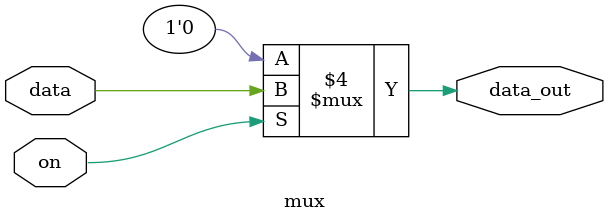
<source format=v>
`timescale 1ns / 1ps

module mux(
	input on,
	input data,
	output reg data_out
    );

always @(*)
begin
	if(on==0) data_out=0;
	else data_out=data;
end

endmodule

</source>
